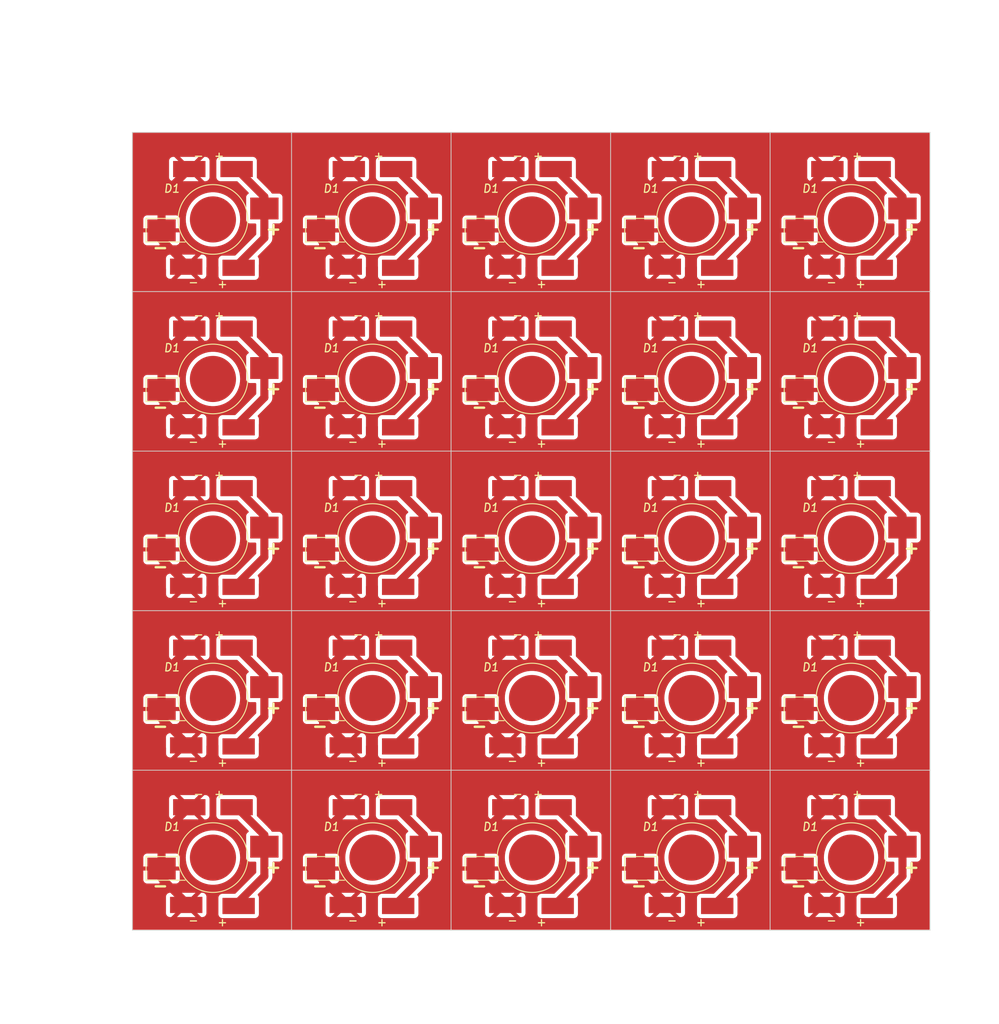
<source format=kicad_pcb>
(kicad_pcb (version 20221018) (generator pcbnew)
  (layers (0 "F.Cu" signal) (31 "B.Cu" signal) (34 "B.Paste" user) (35 "F.Paste" user) (36 "B.SilkS" user "B.Silkscreen") (37 "F.SilkS" user "F.Silkscreen") (38 "B.Mask" user) (39 "F.Mask" user) (44 "Edge.Cuts" user))
  (net 0 "")
  (net 1 "GND")
  (net 2 "VCC")
  (footprint "Library:Connector_WireSolderWirePad_1x01_SMD_2x4mm" (layer "F.Cu") (at 181.431 67.423)
    (fp_text reference "J1" hide)
    (fp_text value "+")
  )
  (footprint "Library:Connector_WireSolderWirePad_1x01_SMD_2x4mm" (layer "F.Cu") (at 142.285 158.415)
    (fp_text reference "J2" hide)
    (fp_text value "+")
  )
  (footprint "Library:Connector_WireSolderWirePad_1x01_SMD_2x4mm" (layer "F.Cu") (at 122.331 67.423)
    (fp_text reference "J1" hide)
    (fp_text value "+")
  )
  (footprint "Library:Connector_WireSolderWirePad_1x01_SMD_2x4mm" (layer "F.Cu") (at 161.985 99.315)
    (fp_text reference "J2" hide)
    (fp_text value "+")
  )
  (footprint "Library:Connector_WireSolderWirePad_1x01_SMD_2x4mm" (layer "F.Cu") (at 181.431 126.523)
    (fp_text reference "J1" hide)
    (fp_text value "+")
  )
  (footprint "LED_SMD:LED_1W_3W_R8" (layer "F.Cu") (at 121.412 72.644)
    (fp_text reference "D1")
    (fp_text value "LED")
  )
  (footprint "Library:Connector_WireSolderWirePad_1x01_SMD_2x4mm" (layer "F.Cu") (at 175.589 146.223)
    (fp_text reference "J5" hide)
    (fp_text value "-")
  )
  (footprint "LED_SMD:LED_1W_3W_R8" (layer "F.Cu") (at 160.812 112.044)
    (fp_text reference "D1")
    (fp_text value "LED")
  )
  (footprint "Library:Connector_WireSolderWirePad_1x01_SMD_2x4mm" (layer "F.Cu") (at 181.431 87.123)
    (fp_text reference "J1" hide)
    (fp_text value "+")
  )
  (footprint "Library:Connector_WireSolderWirePad_1x01_SMD_2x4mm" (layer "F.Cu") (at 201.131 67.423)
    (fp_text reference "J1" hide)
    (fp_text value "+")
  )
  (footprint "Library:Connector_WireSolderWirePad_1x01_SMD_2x4mm" (layer "F.Cu") (at 116.489 106.823)
    (fp_text reference "J5" hide)
    (fp_text value "-")
  )
  (footprint "LED_SMD:LED_1W_3W_R8" (layer "F.Cu") (at 180.512 131.744)
    (fp_text reference "D1")
    (fp_text value "LED")
  )
  (footprint "Library:Connector_WireSolderWirePad_1x01_SMD_2x4mm" (layer "F.Cu") (at 175.21 118.886)
    (fp_text reference "J4" hide)
    (fp_text value "-")
  )
  (footprint "Library:Connector_WireSolderWirePad_1x01_SMD_2x4mm" (layer "F.Cu") (at 194.91 79.486)
    (fp_text reference "J4" hide)
    (fp_text value "-")
  )
  (footprint "Library:Connector_WireSolderWirePad_1x01_SMD_2x4mm" (layer "F.Cu") (at 195.289 126.523)
    (fp_text reference "J5" hide)
    (fp_text value "-")
  )
  (footprint "LED_SMD:LED_1W_3W_R8" (layer "F.Cu") (at 180.512 151.444)
    (fp_text reference "D1")
    (fp_text value "LED")
  )
  (footprint "Library:Connector_WireSolderWirePad_1x01_SMD_2x4mm" (layer "F.Cu") (at 195.289 87.123)
    (fp_text reference "J5" hide)
    (fp_text value "-")
  )
  (footprint "LED_SMD:LED_1W_3W_R8" (layer "F.Cu") (at 141.112 112.044)
    (fp_text reference "D1")
    (fp_text value "LED")
  )
  (footprint "Library:Connector_WireSolderWirePad_1x01_SMD_2x4mm" (layer "F.Cu") (at 122.331 106.823)
    (fp_text reference "J1" hide)
    (fp_text value "+")
  )
  (footprint "Library:Connector_WireSolderWirePad_1x01_SMD_2x4mm" (layer "F.Cu") (at 142.031 126.523)
    (fp_text reference "J1" hide)
    (fp_text value "+")
  )
  (footprint "Library:Connector_WireSolderWirePad_1x01_SMD_2x4mm" (layer "F.Cu") (at 201.385 79.615)
    (fp_text reference "J2" hide)
    (fp_text value "+")
  )
  (footprint "Library:Connector_WireSolderWirePad_1x01_SMD_2x4mm" (layer "F.Cu") (at 136.189 67.423)
    (fp_text reference "J5" hide)
    (fp_text value "-")
  )
  (footprint "Library:Connector_WireSolderWirePad_1x01_SMD_2x4mm" (layer "F.Cu") (at 135.81 79.486)
    (fp_text reference "J4" hide)
    (fp_text value "-")
  )
  (footprint "Library:Connector_WireSolderWirePad_1x01_SMD_2x4mm" (layer "F.Cu") (at 116.11 79.486)
    (fp_text reference "J4" hide)
    (fp_text value "-")
  )
  (footprint "Library:Connector_WireSolderWirePad_1x01_SMD_2x4mm" (layer "F.Cu") (at 116.489 67.423)
    (fp_text reference "J5" hide)
    (fp_text value "-")
  )
  (footprint "Library:Connector_WireSolderWirePad_1x01_SMD_2x4mm" (layer "F.Cu") (at 142.285 99.315)
    (fp_text reference "J2" hide)
    (fp_text value "+")
  )
  (footprint "Library:Connector_WireSolderWirePad_1x01_SMD_2x4mm" (layer "F.Cu") (at 175.589 87.123)
    (fp_text reference "J5" hide)
    (fp_text value "-")
  )
  (footprint "Library:Connector_WireSolderWirePad_1x01_SMD_2x4mm" (layer "F.Cu") (at 122.585 138.715)
    (fp_text reference "J2" hide)
    (fp_text value "+")
  )
  (footprint "LED_SMD:LED_1W_3W_R8" (layer "F.Cu") (at 160.812 92.344)
    (fp_text reference "D1")
    (fp_text value "LED")
  )
  (footprint "Library:Connector_WireSolderWirePad_1x01_SMD_2x4mm" (layer "F.Cu") (at 195.289 67.423)
    (fp_text reference "J5" hide)
    (fp_text value "-")
  )
  (footprint "Library:Connector_WireSolderWirePad_1x01_SMD_2x4mm" (layer "F.Cu") (at 155.51 118.886)
    (fp_text reference "J4" hide)
    (fp_text value "-")
  )
  (footprint "Library:Connector_WireSolderWirePad_1x01_SMD_2x4mm" (layer "F.Cu") (at 116.489 126.523)
    (fp_text reference "J5" hide)
    (fp_text value "-")
  )
  (footprint "Library:Connector_WireSolderWirePad_1x01_SMD_2x4mm" (layer "F.Cu") (at 201.131 126.523)
    (fp_text reference "J1" hide)
    (fp_text value "+")
  )
  (footprint "Library:Connector_WireSolderWirePad_1x01_SMD_2x4mm" (layer "F.Cu") (at 122.585 158.415)
    (fp_text reference "J2" hide)
    (fp_text value "+")
  )
  (footprint "Library:Connector_WireSolderWirePad_1x01_SMD_2x4mm" (layer "F.Cu") (at 181.685 99.315)
    (fp_text reference "J2" hide)
    (fp_text value "+")
  )
  (footprint "Library:Connector_WireSolderWirePad_1x01_SMD_2x4mm" (layer "F.Cu") (at 201.131 106.823)
    (fp_text reference "J1" hide)
    (fp_text value "+")
  )
  (footprint "Library:Connector_WireSolderWirePad_1x01_SMD_2x4mm" (layer "F.Cu") (at 175.21 99.186)
    (fp_text reference "J4" hide)
    (fp_text value "-")
  )
  (footprint "Library:Connector_WireSolderWirePad_1x01_SMD_2x4mm" (layer "F.Cu") (at 194.91 158.286)
    (fp_text reference "J4" hide)
    (fp_text value "-")
  )
  (footprint "Library:Connector_WireSolderWirePad_1x01_SMD_2x4mm" (layer "F.Cu") (at 135.81 158.286)
    (fp_text reference "J4" hide)
    (fp_text value "-")
  )
  (footprint "Library:Connector_WireSolderWirePad_1x01_SMD_2x4mm" (layer "F.Cu") (at 116.11 118.886)
    (fp_text reference "J4" hide)
    (fp_text value "-")
  )
  (footprint "Library:Connector_WireSolderWirePad_1x01_SMD_2x4mm" (layer "F.Cu") (at 136.189 146.223)
    (fp_text reference "J5" hide)
    (fp_text value "-")
  )
  (footprint "Library:Connector_WireSolderWirePad_1x01_SMD_2x4mm" (layer "F.Cu") (at 116.489 146.223)
    (fp_text reference "J5" hide)
    (fp_text value "-")
  )
  (footprint "Library:Connector_WireSolderWirePad_1x01_SMD_2x4mm" (layer "F.Cu") (at 161.985 138.715)
    (fp_text reference "J2" hide)
    (fp_text value "+")
  )
  (footprint "Library:Connector_WireSolderWirePad_1x01_SMD_2x4mm" (layer "F.Cu") (at 175.21 138.586)
    (fp_text reference "J4" hide)
    (fp_text value "-")
  )
  (footprint "LED_SMD:LED_1W_3W_R8" (layer "F.Cu") (at 200.212 151.444)
    (fp_text reference "D1")
    (fp_text value "LED")
  )
  (footprint "Library:Connector_WireSolderWirePad_1x01_SMD_2x4mm" (layer "F.Cu") (at 181.685 158.415)
    (fp_text reference "J2" hide)
    (fp_text value "+")
  )
  (footprint "Library:Connector_WireSolderWirePad_1x01_SMD_2x4mm" (layer "F.Cu") (at 201.385 99.315)
    (fp_text reference "J2" hide)
    (fp_text value "+")
  )
  (footprint "Library:Connector_WireSolderWirePad_1x01_SMD_2x4mm" (layer "F.Cu") (at 122.331 146.223)
    (fp_text reference "J1" hide)
    (fp_text value "+")
  )
  (footprint "LED_SMD:LED_1W_3W_R8" (layer "F.Cu") (at 141.112 131.744)
    (fp_text reference "D1")
    (fp_text value "LED")
  )
  (footprint "Library:Connector_WireSolderWirePad_1x01_SMD_2x4mm" (layer "F.Cu") (at 181.685 79.615)
    (fp_text reference "J2" hide)
    (fp_text value "+")
  )
  (footprint "Library:Connector_WireSolderWirePad_1x01_SMD_2x4mm" (layer "F.Cu") (at 161.731 67.423)
    (fp_text reference "J1" hide)
    (fp_text value "+")
  )
  (footprint "Library:Connector_WireSolderWirePad_1x01_SMD_2x4mm" (layer "F.Cu") (at 142.031 146.223)
    (fp_text reference "J1" hide)
    (fp_text value "+")
  )
  (footprint "Library:Connector_WireSolderWirePad_1x01_SMD_2x4mm" (layer "F.Cu") (at 135.81 99.186)
    (fp_text reference "J4" hide)
    (fp_text value "-")
  )
  (footprint "Library:Connector_WireSolderWirePad_1x01_SMD_2x4mm" (layer "F.Cu") (at 122.585 119.015)
    (fp_text reference "J2" hide)
    (fp_text value "+")
  )
  (footprint "Library:Connector_WireSolderWirePad_1x01_SMD_2x4mm" (layer "F.Cu") (at 155.889 87.123)
    (fp_text reference "J5" hide)
    (fp_text value "-")
  )
  (footprint "Library:Connector_WireSolderWirePad_1x01_SMD_2x4mm" (layer "F.Cu") (at 201.131 146.223)
    (fp_text reference "J1" hide)
    (fp_text value "+")
  )
  (footprint "Library:Connector_WireSolderWirePad_1x01_SMD_2x4mm" (layer "F.Cu") (at 142.031 106.823)
    (fp_text reference "J1" hide)
    (fp_text value "+")
  )
  (footprint "Library:Connector_WireSolderWirePad_1x01_SMD_2x4mm" (layer "F.Cu") (at 201.385 119.015)
    (fp_text reference "J2" hide)
    (fp_text value "+")
  )
  (footprint "LED_SMD:LED_1W_3W_R8" (layer "F.Cu") (at 160.812 131.744)
    (fp_text reference "D1")
    (fp_text value "LED")
  )
  (footprint "Library:Connector_WireSolderWirePad_1x01_SMD_2x4mm" (layer "F.Cu") (at 155.889 67.423)
    (fp_text reference "J5" hide)
    (fp_text value "-")
  )
  (footprint "Library:Connector_WireSolderWirePad_1x01_SMD_2x4mm" (layer "F.Cu") (at 122.331 126.523)
    (fp_text reference "J1" hide)
    (fp_text value "+")
  )
  (footprint "Library:Connector_WireSolderWirePad_1x01_SMD_2x4mm" (layer "F.Cu") (at 181.431 146.223)
    (fp_text reference "J1" hide)
    (fp_text value "+")
  )
  (footprint "Library:Connector_WireSolderWirePad_1x01_SMD_2x4mm" (layer "F.Cu") (at 116.11 99.186)
    (fp_text reference "J4" hide)
    (fp_text value "-")
  )
  (footprint "Library:Connector_WireSolderWirePad_1x01_SMD_2x4mm" (layer "F.Cu") (at 201.385 158.415)
    (fp_text reference "J2" hide)
    (fp_text value "+")
  )
  (footprint "Library:Connector_WireSolderWirePad_1x01_SMD_2x4mm" (layer "F.Cu") (at 136.189 87.123)
    (fp_text reference "J5" hide)
    (fp_text value "-")
  )
  (footprint "Library:Connector_WireSolderWirePad_1x01_SMD_2x4mm" (layer "F.Cu") (at 194.91 138.586)
    (fp_text reference "J4" hide)
    (fp_text value "-")
  )
  (footprint "Library:Connector_WireSolderWirePad_1x01_SMD_2x4mm" (layer "F.Cu") (at 181.685 138.715)
    (fp_text reference "J2" hide)
    (fp_text value "+")
  )
  (footprint "Library:Connector_WireSolderWirePad_1x01_SMD_2x4mm" (layer "F.Cu") (at 181.431 106.823)
    (fp_text reference "J1" hide)
    (fp_text value "+")
  )
  (footprint "Library:Connector_WireSolderWirePad_1x01_SMD_2x4mm" (layer "F.Cu") (at 142.031 67.423)
    (fp_text reference "J1" hide)
    (fp_text value "+")
  )
  (footprint "Library:Connector_WireSolderWirePad_1x01_SMD_2x4mm" (layer "F.Cu") (at 175.589 126.523)
    (fp_text reference "J5" hide)
    (fp_text value "-")
  )
  (footprint "LED_SMD:LED_1W_3W_R8" (layer "F.Cu") (at 200.212 112.044)
    (fp_text reference "D1")
    (fp_text value "LED")
  )
  (footprint "Library:Connector_WireSolderWirePad_1x01_SMD_2x4mm" (layer "F.Cu") (at 175.589 67.423)
    (fp_text reference "J5" hide)
    (fp_text value "-")
  )
  (footprint "Library:Connector_WireSolderWirePad_1x01_SMD_2x4mm" (layer "F.Cu") (at 175.21 158.286)
    (fp_text reference "J4" hide)
    (fp_text value "-")
  )
  (footprint "Library:Connector_WireSolderWirePad_1x01_SMD_2x4mm" (layer "F.Cu") (at 122.585 99.315)
    (fp_text reference "J2" hide)
    (fp_text value "+")
  )
  (footprint "Library:Connector_WireSolderWirePad_1x01_SMD_2x4mm" (layer "F.Cu") (at 195.289 146.223)
    (fp_text reference "J5" hide)
    (fp_text value "-")
  )
  (footprint "Library:Connector_WireSolderWirePad_1x01_SMD_2x4mm" (layer "F.Cu") (at 161.731 106.823)
    (fp_text reference "J1" hide)
    (fp_text value "+")
  )
  (footprint "LED_SMD:LED_1W_3W_R8" (layer "F.Cu") (at 200.212 92.344)
    (fp_text reference "D1")
    (fp_text value "LED")
  )
  (footprint "Library:Connector_WireSolderWirePad_1x01_SMD_2x4mm" (layer "F.Cu") (at 155.889 106.823)
    (fp_text reference "J5" hide)
    (fp_text value "-")
  )
  (footprint "Library:Connector_WireSolderWirePad_1x01_SMD_2x4mm" (layer "F.Cu") (at 161.985 158.415)
    (fp_text reference "J2" hide)
    (fp_text value "+")
  )
  (footprint "Library:Connector_WireSolderWirePad_1x01_SMD_2x4mm" (layer "F.Cu") (at 194.91 99.186)
    (fp_text reference "J4" hide)
    (fp_text value "-")
  )
  (footprint "LED_SMD:LED_1W_3W_R8" (layer "F.Cu") (at 180.512 112.044)
    (fp_text reference "D1")
    (fp_text value "LED")
  )
  (footprint "Library:Connector_WireSolderWirePad_1x01_SMD_2x4mm" (layer "F.Cu") (at 135.81 138.586)
    (fp_text reference "J4" hide)
    (fp_text value "-")
  )
  (footprint "Library:Connector_WireSolderWirePad_1x01_SMD_2x4mm" (layer "F.Cu") (at 122.331 87.123)
    (fp_text reference "J1" hide)
    (fp_text value "+")
  )
  (footprint "Library:Connector_WireSolderWirePad_1x01_SMD_2x4mm" (layer "F.Cu") (at 161.731 126.523)
    (fp_text reference "J1" hide)
    (fp_text value "+")
  )
  (footprint "Library:Connector_WireSolderWirePad_1x01_SMD_2x4mm" (layer "F.Cu") (at 201.131 87.123)
    (fp_text reference "J1" hide)
    (fp_text value "+")
  )
  (footprint "Library:Connector_WireSolderWirePad_1x01_SMD_2x4mm" (layer "F.Cu") (at 161.731 146.223)
    (fp_text reference "J1" hide)
    (fp_text value "+")
  )
  (footprint "LED_SMD:LED_1W_3W_R8" (layer "F.Cu") (at 180.512 72.644)
    (fp_text reference "D1")
    (fp_text value "LED")
  )
  (footprint "LED_SMD:LED_1W_3W_R8" (layer "F.Cu") (at 200.212 72.644)
    (fp_text reference "D1")
    (fp_text value "LED")
  )
  (footprint "Library:Connector_WireSolderWirePad_1x01_SMD_2x4mm" (layer "F.Cu") (at 155.889 146.223)
    (fp_text reference "J5" hide)
    (fp_text value "-")
  )
  (footprint "Library:Connector_WireSolderWirePad_1x01_SMD_2x4mm" (layer "F.Cu") (at 142.285 119.015)
    (fp_text reference "J2" hide)
    (fp_text value "+")
  )
  (footprint "LED_SMD:LED_1W_3W_R8" (layer "F.Cu") (at 141.112 151.444)
    (fp_text reference "D1")
    (fp_text value "LED")
  )
  (footprint "Library:Connector_WireSolderWirePad_1x01_SMD_2x4mm" (layer "F.Cu") (at 155.51 99.186)
    (fp_text reference "J4" hide)
    (fp_text value "-")
  )
  (footprint "LED_SMD:LED_1W_3W_R8" (layer "F.Cu") (at 160.812 151.444)
    (fp_text reference "D1")
    (fp_text value "LED")
  )
  (footprint "LED_SMD:LED_1W_3W_R8" (layer "F.Cu") (at 121.412 131.744)
    (fp_text reference "D1")
    (fp_text value "LED")
  )
  (footprint "Library:Connector_WireSolderWirePad_1x01_SMD_2x4mm" (layer "F.Cu") (at 181.685 119.015)
    (fp_text reference "J2" hide)
    (fp_text value "+")
  )
  (footprint "Library:Connector_WireSolderWirePad_1x01_SMD_2x4mm" (layer "F.Cu") (at 136.189 126.523)
    (fp_text reference "J5" hide)
    (fp_text value "-")
  )
  (footprint "Library:Connector_WireSolderWirePad_1x01_SMD_2x4mm" (layer "F.Cu") (at 116.11 158.286)
    (fp_text reference "J4" hide)
    (fp_text value "-")
  )
  (footprint "LED_SMD:LED_1W_3W_R8" (layer "F.Cu") (at 121.412 92.344)
    (fp_text reference "D1")
    (fp_text value "LED")
  )
  (footprint "Library:Connector_WireSolderWirePad_1x01_SMD_2x4mm" (layer "F.Cu") (at 136.189 106.823)
    (fp_text reference "J5" hide)
    (fp_text value "-")
  )
  (footprint "LED_SMD:LED_1W_3W_R8" (layer "F.Cu") (at 121.412 112.044)
    (fp_text reference "D1")
    (fp_text value "LED")
  )
  (footprint "Library:Connector_WireSolderWirePad_1x01_SMD_2x4mm" (layer "F.Cu") (at 142.285 138.715)
    (fp_text reference "J2" hide)
    (fp_text value "+")
  )
  (footprint "Library:Connector_WireSolderWirePad_1x01_SMD_2x4mm" (layer "F.Cu") (at 175.589 106.823)
    (fp_text reference "J5" hide)
    (fp_text value "-")
  )
  (footprint "LED_SMD:LED_1W_3W_R8" (layer "F.Cu") (at 160.812 72.644)
    (fp_text reference "D1")
    (fp_text value "LED")
  )
  (footprint "LED_SMD:LED_1W_3W_R8" (layer "F.Cu") (at 141.112 72.644)
    (fp_text reference "D1")
    (fp_text value "LED")
  )
  (footprint "Library:Connector_WireSolderWirePad_1x01_SMD_2x4mm" (layer "F.Cu") (at 116.11 138.586)
    (fp_text reference "J4" hide)
    (fp_text value "-")
  )
  (footprint "Library:Connector_WireSolderWirePad_1x01_SMD_2x4mm" (layer "F.Cu") (at 155.51 79.486)
    (fp_text reference "J4" hide)
    (fp_text value "-")
  )
  (footprint "Library:Connector_WireSolderWirePad_1x01_SMD_2x4mm" (layer "F.Cu") (at 155.889 126.523)
    (fp_text reference "J5" hide)
    (fp_text value "-")
  )
  (footprint "LED_SMD:LED_1W_3W_R8" (layer "F.Cu") (at 141.112 92.344)
    (fp_text reference "D1")
    (fp_text value "LED")
  )
  (footprint "Library:Connector_WireSolderWirePad_1x01_SMD_2x4mm" (layer "F.Cu") (at 175.21 79.486)
    (fp_text reference "J4" hide)
    (fp_text value "-")
  )
  (footprint "Library:Connector_WireSolderWirePad_1x01_SMD_2x4mm" (layer "F.Cu") (at 161.985 119.015)
    (fp_text reference "J2" hide)
    (fp_text value "+")
  )
  (footprint "Library:Connector_WireSolderWirePad_1x01_SMD_2x4mm" (layer "F.Cu") (at 194.91 118.886)
    (fp_text reference "J4" hide)
    (fp_text value "-")
  )
  (footprint "Library:Connector_WireSolderWirePad_1x01_SMD_2x4mm" (layer "F.Cu") (at 161.985 79.615)
    (fp_text reference "J2" hide)
    (fp_text value "+")
  )
  (footprint "Library:Connector_WireSolderWirePad_1x01_SMD_2x4mm" (layer "F.Cu") (at 161.731 87.123)
    (fp_text reference "J1" hide)
    (fp_text value "+")
  )
  (footprint "Library:Connector_WireSolderWirePad_1x01_SMD_2x4mm" (layer "F.Cu") (at 135.81 118.886)
    (fp_text reference "J4" hide)
    (fp_text value "-")
  )
  (footprint "Library:Connector_WireSolderWirePad_1x01_SMD_2x4mm" (layer "F.Cu") (at 155.51 158.286)
    (fp_text reference "J4" hide)
    (fp_text value "-")
  )
  (footprint "LED_SMD:LED_1W_3W_R8" (layer "F.Cu") (at 180.512 92.344)
    (fp_text reference "D1")
    (fp_text value "LED")
  )
  (footprint "Library:Connector_WireSolderWirePad_1x01_SMD_2x4mm" (layer "F.Cu") (at 201.385 138.715)
    (fp_text reference "J2" hide)
    (fp_text value "+")
  )
  (footprint "Library:Connector_WireSolderWirePad_1x01_SMD_2x4mm" (layer "F.Cu") (at 122.585 79.615)
    (fp_text reference "J2" hide)
    (fp_text value "+")
  )
  (footprint "Library:Connector_WireSolderWirePad_1x01_SMD_2x4mm" (layer "F.Cu") (at 116.489 87.123)
    (fp_text reference "J5" hide)
    (fp_text value "-")
  )
  (footprint "LED_SMD:LED_1W_3W_R8" (layer "F.Cu") (at 200.212 131.744)
    (fp_text reference "D1")
    (fp_text value "LED")
  )
  (footprint "LED_SMD:LED_1W_3W_R8" (layer "F.Cu") (at 121.412 151.444)
    (fp_text reference "D1")
    (fp_text value "LED")
  )
  (footprint "Library:Connector_WireSolderWirePad_1x01_SMD_2x4mm" (layer "F.Cu") (at 142.285 79.615)
    (fp_text reference "J2" hide)
    (fp_text value "+")
  )
  (footprint "Library:Connector_WireSolderWirePad_1x01_SMD_2x4mm" (layer "F.Cu") (at 142.031 87.123)
    (fp_text reference "J1" hide)
    (fp_text value "+")
  )
  (footprint "Library:Connector_WireSolderWirePad_1x01_SMD_2x4mm" (layer "F.Cu") (at 155.51 138.586)
    (fp_text reference "J4" hide)
    (fp_text value "-")
  )
  (footprint "Library:Connector_WireSolderWirePad_1x01_SMD_2x4mm" (layer "F.Cu") (at 195.289 106.823)
    (fp_text reference "J5" hide)
    (fp_text value "-")
  )
  (gr_line (start 190.214 61.9) (end 190.214 160.4) (stroke (width 0.1)) (layer "Edge.Cuts"))
  (gr_line (start 111.464 81.55) (end 209.964 81.55) (stroke (width 0.1)) (layer "Edge.Cuts"))
  (gr_line (start 111.464 140.65) (end 209.964 140.65) (stroke (width 0.1)) (layer "Edge.Cuts"))
  (gr_line (start 111.464 61.9) (end 209.964 61.9) (stroke (width 0.1)) (layer "Edge.Cuts"))
  (gr_line (start 131.114 61.9) (end 131.114 160.4) (stroke (width 0.1)) (layer "Edge.Cuts"))
  (gr_line (start 209.964 61.9) (end 209.964 160.4) (stroke (width 0.1)) (layer "Edge.Cuts"))
  (gr_line (start 170.514 61.9) (end 170.514 160.4) (stroke (width 0.1)) (layer "Edge.Cuts"))
  (gr_line (start 111.464 120.95) (end 209.964 120.95) (stroke (width 0.1)) (layer "Edge.Cuts"))
  (gr_line (start 111.464 101.25) (end 209.964 101.25) (stroke (width 0.1)) (layer "Edge.Cuts"))
  (gr_line (start 150.814 61.9) (end 150.814 160.4) (stroke (width 0.1)) (layer "Edge.Cuts"))
  (gr_line (start 111.464 160.4) (end 111.464 61.9) (stroke (width 0.1)) (layer "Edge.Cuts"))
  (gr_line (start 209.964 160.4) (end 111.464 160.4) (stroke (width 0.1)) (layer "Edge.Cuts"))
  (gr_text "-" (at 172.892 96.662) (layer "F.SilkS") (effects (font (size 1.5 1.5) (thickness 0.3) bold) (justify left bottom)))
  (gr_text "+" (at 186.862 94.376) (layer "F.SilkS") (effects (font (size 1.5 1.5) (thickness 0.3) bold) (justify left bottom)))
  (gr_text "-" (at 192.592 136.062) (layer "F.SilkS") (effects (font (size 1.5 1.5) (thickness 0.3) bold) (justify left bottom)))
  (gr_text "-" (at 133.492 155.762) (layer "F.SilkS") (effects (font (size 1.5 1.5) (thickness 0.3) bold) (justify left bottom)))
  (gr_text "-" (at 192.592 96.662) (layer "F.SilkS") (effects (font (size 1.5 1.5) (thickness 0.3) bold) (justify left bottom)))
  (gr_text "-" (at 133.492 76.962) (layer "F.SilkS") (effects (font (size 1.5 1.5) (thickness 0.3) bold) (justify left bottom)))
  (gr_text "-" (at 153.192 116.362) (layer "F.SilkS") (effects (font (size 1.5 1.5) (thickness 0.3) bold) (justify left bottom)))
  (gr_text "-" (at 133.492 96.662) (layer "F.SilkS") (effects (font (size 1.5 1.5) (thickness 0.3) bold) (justify left bottom)))
  (gr_text "-" (at 153.192 155.762) (layer "F.SilkS") (effects (font (size 1.5 1.5) (thickness 0.3) bold) (justify left bottom)))
  (gr_text "-" (at 113.792 155.762) (layer "F.SilkS") (effects (font (size 1.5 1.5) (thickness 0.3) bold) (justify left bottom)))
  (gr_text "+" (at 147.462 114.076) (layer "F.SilkS") (effects (font (size 1.5 1.5) (thickness 0.3) bold) (justify left bottom)))
  (gr_text "+" (at 127.762 153.476) (layer "F.SilkS") (effects (font (size 1.5 1.5) (thickness 0.3) bold) (justify left bottom)))
  (gr_text "+" (at 167.162 133.776) (layer "F.SilkS") (effects (font (size 1.5 1.5) (thickness 0.3) bold) (justify left bottom)))
  (gr_text "-" (at 153.192 96.662) (layer "F.SilkS") (effects (font (size 1.5 1.5) (thickness 0.3) bold) (justify left bottom)))
  (gr_text "-" (at 172.892 155.762) (layer "F.SilkS") (effects (font (size 1.5 1.5) (thickness 0.3) bold) (justify left bottom)))
  (gr_text "+" (at 167.162 153.476) (layer "F.SilkS") (effects (font (size 1.5 1.5) (thickness 0.3) bold) (justify left bottom)))
  (gr_text "+" (at 147.462 74.676) (layer "F.SilkS") (effects (font (size 1.5 1.5) (thickness 0.3) bold) (justify left bottom)))
  (gr_text "-" (at 192.592 76.962) (layer "F.SilkS") (effects (font (size 1.5 1.5) (thickness 0.3) bold) (justify left bottom)))
  (gr_text "+" (at 127.762 74.676) (layer "F.SilkS") (effects (font (size 1.5 1.5) (thickness 0.3) bold) (justify left bottom)))
  (gr_text "+" (at 206.562 74.676) (layer "F.SilkS") (effects (font (size 1.5 1.5) (thickness 0.3) bold) (justify left bottom)))
  (gr_text "-" (at 133.492 116.362) (layer "F.SilkS") (effects (font (size 1.5 1.5) (thickness 0.3) bold) (justify left bottom)))
  (gr_text "+" (at 206.562 114.076) (layer "F.SilkS") (effects (font (size 1.5 1.5) (thickness 0.3) bold) (justify left bottom)))
  (gr_text "+" (at 186.862 114.076) (layer "F.SilkS") (effects (font (size 1.5 1.5) (thickness 0.3) bold) (justify left bottom)))
  (gr_text "-" (at 133.492 136.062) (layer "F.SilkS") (effects (font (size 1.5 1.5) (thickness 0.3) bold) (justify left bottom)))
  (gr_text "+" (at 186.862 74.676) (layer "F.SilkS") (effects (font (size 1.5 1.5) (thickness 0.3) bold) (justify left bottom)))
  (gr_text "+" (at 147.462 153.476) (layer "F.SilkS") (effects (font (size 1.5 1.5) (thickness 0.3) bold) (justify left bottom)))
  (gr_text "-" (at 172.892 76.962) (layer "F.SilkS") (effects (font (size 1.5 1.5) (thickness 0.3) bold) (justify left bottom)))
  (gr_text "-" (at 192.592 116.362) (layer "F.SilkS") (effects (font (size 1.5 1.5) (thickness 0.3) bold) (justify left bottom)))
  (gr_text "+" (at 127.762 114.076) (layer "F.SilkS") (effects (font (size 1.5 1.5) (thickness 0.3) bold) (justify left bottom)))
  (gr_text "-" (at 172.892 136.062) (layer "F.SilkS") (effects (font (size 1.5 1.5) (thickness 0.3) bold) (justify left bottom)))
  (gr_text "+" (at 206.562 94.376) (layer "F.SilkS") (effects (font (size 1.5 1.5) (thickness 0.3) bold) (justify left bottom)))
  (gr_text "+" (at 206.562 133.776) (layer "F.SilkS") (effects (font (size 1.5 1.5) (thickness 0.3) bold) (justify left bottom)))
  (gr_text "-" (at 113.792 96.662) (layer "F.SilkS") (effects (font (size 1.5 1.5) (thickness 0.3) bold) (justify left bottom)))
  (gr_text "+" (at 167.162 94.376) (layer "F.SilkS") (effects (font (size 1.5 1.5) (thickness 0.3) bold) (justify left bottom)))
  (gr_text "+" (at 147.462 94.376) (layer "F.SilkS") (effects (font (size 1.5 1.5) (thickness 0.3) bold) (justify left bottom)))
  (gr_text "+" (at 186.862 133.776) (layer "F.SilkS") (effects (font (size 1.5 1.5) (thickness 0.3) bold) (justify left bottom)))
  (gr_text "-" (at 113.792 76.962) (layer "F.SilkS") (effects (font (size 1.5 1.5) (thickness 0.3) bold) (justify left bottom)))
  (gr_text "+" (at 147.462 133.776) (layer "F.SilkS") (effects (font (size 1.5 1.5) (thickness 0.3) bold) (justify left bottom)))
  (gr_text "+" (at 167.162 114.076) (layer "F.SilkS") (effects (font (size 1.5 1.5) (thickness 0.3) bold) (justify left bottom)))
  (gr_text "-" (at 192.592 155.762) (layer "F.SilkS") (effects (font (size 1.5 1.5) (thickness 0.3) bold) (justify left bottom)))
  (gr_text "+" (at 167.162 74.676) (layer "F.SilkS") (effects (font (size 1.5 1.5) (thickness 0.3) bold) (justify left bottom)))
  (gr_text "-" (at 113.792 136.062) (layer "F.SilkS") (effects (font (size 1.5 1.5) (thickness 0.3) bold) (justify left bottom)))
  (gr_text "+" (at 186.862 153.476) (layer "F.SilkS") (effects (font (size 1.5 1.5) (thickness 0.3) bold) (justify left bottom)))
  (gr_text "-" (at 113.792 116.362) (layer "F.SilkS") (effects (font (size 1.5 1.5) (thickness 0.3) bold) (justify left bottom)))
  (gr_text "-" (at 153.192 76.962) (layer "F.SilkS") (effects (font (size 1.5 1.5) (thickness 0.3) bold) (justify left bottom)))
  (gr_text "+" (at 127.762 133.776) (layer "F.SilkS") (effects (font (size 1.5 1.5) (thickness 0.3) bold) (justify left bottom)))
  (gr_text "+" (at 127.762 94.376) (layer "F.SilkS") (effects (font (size 1.5 1.5) (thickness 0.3) bold) (justify left bottom)))
  (gr_text "-" (at 153.192 136.062) (layer "F.SilkS") (effects (font (size 1.5 1.5) (thickness 0.3) bold) (justify left bottom)))
  (gr_text "-" (at 172.892 116.362) (layer "F.SilkS") (effects (font (size 1.5 1.5) (thickness 0.3) bold) (justify left bottom)))
  (gr_text "+" (at 206.562 153.476) (layer "F.SilkS") (effects (font (size 1.5 1.5) (thickness 0.3) bold) (justify left bottom)))
  (segment (start 137.81 137.336) (end 137.81 137.586) (width 1) (layer "F.Cu") (net 1))
  (segment (start 193.862 109.25) (end 193.862 114.588) (width 1) (layer "F.Cu") (net 1))
  (segment (start 193.862 128.95) (end 193.862 134.288) (width 1) (layer "F.Cu") (net 1))
  (segment (start 118.489 145.223) (end 115.062 148.65) (width 1) (layer "F.Cu") (net 1))
  (segment (start 137.81 157.036) (end 137.81 157.286) (width 1) (layer "F.Cu") (net 1))
  (segment (start 154.462 94.888) (end 157.51 97.936) (width 1) (layer "F.Cu") (net 1))
  (segment (start 174.162 148.65) (end 174.162 153.988) (width 1) (layer "F.Cu") (net 1))
  (segment (start 118.489 105.823) (end 115.062 109.25) (width 1) (layer "F.Cu") (net 1))
  (segment (start 154.462 153.988) (end 157.51 157.036) (width 1) (layer "F.Cu") (net 1))
  (segment (start 118.489 66.423) (end 115.062 69.85) (width 1) (layer "F.Cu") (net 1))
  (segment (start 134.762 75.188) (end 137.81 78.236) (width 1) (layer "F.Cu") (net 1))
  (segment (start 134.762 148.65) (end 134.762 153.988) (width 1) (layer "F.Cu") (net 1))
  (segment (start 177.21 117.636) (end 177.21 117.886) (width 1) (layer "F.Cu") (net 1))
  (segment (start 193.862 153.988) (end 196.91 157.036) (width 1) (layer "F.Cu") (net 1))
  (segment (start 197.289 66.423) (end 193.862 69.85) (width 1) (layer "F.Cu") (net 1))
  (segment (start 118.11 137.336) (end 118.11 137.586) (width 1) (layer "F.Cu") (net 1))
  (segment (start 154.462 75.188) (end 157.51 78.236) (width 1) (layer "F.Cu") (net 1))
  (segment (start 115.062 153.988) (end 118.11 157.036) (width 1) (layer "F.Cu") (net 1))
  (segment (start 174.162 128.95) (end 174.162 134.288) (width 1) (layer "F.Cu") (net 1))
  (segment (start 154.462 148.65) (end 154.462 153.988) (width 1) (layer "F.Cu") (net 1))
  (segment (start 138.189 145.223) (end 134.762 148.65) (width 1) (layer "F.Cu") (net 1))
  (segment (start 115.062 94.888) (end 118.11 97.936) (width 1) (layer "F.Cu") (net 1))
  (segment (start 193.862 75.188) (end 196.91 78.236) (width 1) (layer "F.Cu") (net 1))
  (segment (start 197.289 145.223) (end 193.862 148.65) (width 1) (layer "F.Cu") (net 1))
  (segment (start 115.062 148.65) (end 115.062 153.988) (width 1) (layer "F.Cu") (net 1))
  (segment (start 137.81 117.636) (end 137.81 117.886) (width 1) (layer "F.Cu") (net 1))
  (segment (start 177.21 157.036) (end 177.21 157.286) (width 1) (layer "F.Cu") (net 1))
  (segment (start 174.162 89.55) (end 174.162 94.888) (width 1) (layer "F.Cu") (net 1))
  (segment (start 174.162 69.85) (end 174.162 75.188) (width 1) (layer "F.Cu") (net 1))
  (segment (start 118.11 78.236) (end 118.11 78.486) (width 1) (layer "F.Cu") (net 1))
  (segment (start 154.462 89.55) (end 154.462 94.888) (width 1) (layer "F.Cu") (net 1))
  (segment (start 174.162 109.25) (end 174.162 114.588) (width 1) (layer "F.Cu") (net 1))
  (segment (start 174.162 94.888) (end 177.21 97.936) (width 1) (layer "F.Cu") (net 1))
  (segment (start 134.762 109.25) (end 134.762 114.588) (width 1) (layer "F.Cu") (net 1))
  (segment (start 196.91 157.036) (end 196.91 157.286) (width 1) (layer "F.Cu") (net 1))
  (segment (start 174.162 114.588) (end 177.21 117.636) (width 1) (layer "F.Cu") (net 1))
  (segment (start 193.862 94.888) (end 196.91 97.936) (width 1) (layer "F.Cu") (net 1))
  (segment (start 174.162 153.988) (end 177.21 157.036) (width 1) (layer "F.Cu") (net 1))
  (segment (start 134.762 69.85) (end 134.762 75.188) (width 1) (layer "F.Cu") (net 1))
  (segment (start 193.862 89.55) (end 193.862 94.888) (width 1) (layer "F.Cu") (net 1))
  (segment (start 157.51 97.936) (end 157.51 98.186) (width 1) (layer "F.Cu") (net 1))
  (segment (start 154.462 69.85) (end 154.462 75.188) (width 1) (layer "F.Cu") (net 1))
  (segment (start 138.189 66.423) (end 134.762 69.85) (width 1) (layer "F.Cu") (net 1))
  (segment (start 197.289 86.123) (end 193.862 89.55) (width 1) (layer "F.Cu") (net 1))
  (segment (start 196.91 78.236) (end 196.91 78.486) (width 1) (layer "F.Cu") (net 1))
  (segment (start 115.062 75.188) (end 118.11 78.236) (width 1) (layer "F.Cu") (net 1))
  (segment (start 115.062 134.288) (end 118.11 137.336) (width 1) (layer "F.Cu") (net 1))
  (segment (start 115.062 128.95) (end 115.062 134.288) (width 1) (layer "F.Cu") (net 1))
  (segment (start 177.589 105.823) (end 174.162 109.25) (width 1) (layer "F.Cu") (net 1))
  (segment (start 134.762 114.588) (end 137.81 117.636) (width 1) (layer "F.Cu") (net 1))
  (segment (start 154.462 128.95) (end 154.462 134.288) (width 1) (layer "F.Cu") (net 1))
  (segment (start 197.289 105.823) (end 193.862 109.25) (width 1) (layer "F.Cu") (net 1))
  (segment (start 177.589 145.223) (end 174.162 148.65) (width 1) (layer "F.Cu") (net 1))
  (segment (start 196.91 137.336) (end 196.91 137.586) (width 1) (layer "F.Cu") (net 1))
  (segment (start 115.062 114.588) (end 118.11 117.636) (width 1) (layer "F.Cu") (net 1))
  (segment (start 118.11 117.636) (end 118.11 117.886) (width 1) (layer "F.Cu") (net 1))
  (segment (start 157.889 105.823) (end 154.462 109.25) (width 1) (layer "F.Cu") (net 1))
  (segment (start 157.889 66.423) (end 154.462 69.85) (width 1) (layer "F.Cu") (net 1))
  (segment (start 154.462 134.288) (end 157.51 137.336) (width 1) (layer "F.Cu") (net 1))
  (segment (start 177.21 78.236) (end 177.21 78.486) (width 1) (layer "F.Cu") (net 1))
  (segment (start 193.862 148.65) (end 193.862 153.988) (width 1) (layer "F.Cu") (net 1))
  (segment (start 174.162 75.188) (end 177.21 78.236) (width 1) (layer "F.Cu") (net 1))
  (segment (start 177.21 97.936) (end 177.21 98.186) (width 1) (layer "F.Cu") (net 1))
  (segment (start 115.062 109.25) (end 115.062 114.588) (width 1) (layer "F.Cu") (net 1))
  (segment (start 118.11 97.936) (end 118.11 98.186) (width 1) (layer "F.Cu") (net 1))
  (segment (start 134.762 134.288) (end 137.81 137.336) (width 1) (layer "F.Cu") (net 1))
  (segment (start 154.462 114.588) (end 157.51 117.636) (width 1) (layer "F.Cu") (net 1))
  (segment (start 154.462 109.25) (end 154.462 114.588) (width 1) (layer "F.Cu") (net 1))
  (segment (start 177.589 66.423) (end 174.162 69.85) (width 1) (layer "F.Cu") (net 1))
  (segment (start 115.062 69.85) (end 115.062 75.188) (width 1) (layer "F.Cu") (net 1))
  (segment (start 137.81 97.936) (end 137.81 98.186) (width 1) (layer "F.Cu") (net 1))
  (segment (start 157.51 78.236) (end 157.51 78.486) (width 1) (layer "F.Cu") (net 1))
  (segment (start 137.81 78.236) (end 137.81 78.486) (width 1) (layer "F.Cu") (net 1))
  (segment (start 118.489 125.523) (end 115.062 128.95) (width 1) (layer "F.Cu") (net 1))
  (segment (start 134.762 153.988) (end 137.81 157.036) (width 1) (layer "F.Cu") (net 1))
  (segment (start 134.762 94.888) (end 137.81 97.936) (width 1) (layer "F.Cu") (net 1))
  (segment (start 196.91 97.936) (end 196.91 98.186) (width 1) (layer "F.Cu") (net 1))
  (segment (start 193.862 69.85) (end 193.862 75.188) (width 1) (layer "F.Cu") (net 1))
  (segment (start 138.189 125.523) (end 134.762 128.95) (width 1) (layer "F.Cu") (net 1))
  (segment (start 174.162 134.288) (end 177.21 137.336) (width 1) (layer "F.Cu") (net 1))
  (segment (start 157.51 117.636) (end 157.51 117.886) (width 1) (layer "F.Cu") (net 1))
  (segment (start 157.889 86.123) (end 154.462 89.55) (width 1) (layer "F.Cu") (net 1))
  (segment (start 157.889 145.223) (end 154.462 148.65) (width 1) (layer "F.Cu") (net 1))
  (segment (start 196.91 117.636) (end 196.91 117.886) (width 1) (layer "F.Cu") (net 1))
  (segment (start 157.51 137.336) (end 157.51 137.586) (width 1) (layer "F.Cu") (net 1))
  (segment (start 177.21 137.336) (end 177.21 137.586) (width 1) (layer "F.Cu") (net 1))
  (segment (start 134.762 89.55) (end 134.762 94.888) (width 1) (layer "F.Cu") (net 1))
  (segment (start 138.189 86.123) (end 134.762 89.55) (width 1) (layer "F.Cu") (net 1))
  (segment (start 157.889 125.523) (end 154.462 128.95) (width 1) (layer "F.Cu") (net 1))
  (segment (start 118.11 157.036) (end 118.11 157.286) (width 1) (layer "F.Cu") (net 1))
  (segment (start 134.762 128.95) (end 134.762 134.288) (width 1) (layer "F.Cu") (net 1))
  (segment (start 157.51 157.036) (end 157.51 157.286) (width 1) (layer "F.Cu") (net 1))
  (segment (start 177.589 125.523) (end 174.162 128.95) (width 1) (layer "F.Cu") (net 1))
  (segment (start 193.862 114.588) (end 196.91 117.636) (width 1) (layer "F.Cu") (net 1))
  (segment (start 115.062 89.55) (end 115.062 94.888) (width 1) (layer "F.Cu") (net 1))
  (segment (start 177.589 86.123) (end 174.162 89.55) (width 1) (layer "F.Cu") (net 1))
  (segment (start 193.862 134.288) (end 196.91 137.336) (width 1) (layer "F.Cu") (net 1))
  (segment (start 118.489 86.123) (end 115.062 89.55) (width 1) (layer "F.Cu") (net 1))
  (segment (start 197.289 125.523) (end 193.862 128.95) (width 1) (layer "F.Cu") (net 1))
  (segment (start 138.189 105.823) (end 134.762 109.25) (width 1) (layer "F.Cu") (net 1))
  (segment (start 186.862 150.094) (end 186.862 148.654) (width 1) (layer "F.Cu") (net 2))
  (segment (start 183.685 157.415) (end 183.685 156.907) (width 1) (layer "F.Cu") (net 2))
  (segment (start 186.862 114.33) (end 186.862 110.266) (width 1) (layer "F.Cu") (net 2))
  (segment (start 183.685 156.907) (end 186.862 153.73) (width 1) (layer "F.Cu") (net 2))
  (segment (start 127.762 89.554) (end 124.331 86.123) (width 1) (layer "F.Cu") (net 2))
  (segment (start 163.985 118.015) (end 163.985 117.507) (width 1) (layer "F.Cu") (net 2))
  (segment (start 147.462 69.854) (end 144.031 66.423) (width 1) (layer "F.Cu") (net 2))
  (segment (start 147.462 129.966) (end 147.462 130.394) (width 0.25) (layer "F.Cu") (net 2))
  (segment (start 147.462 89.554) (end 144.031 86.123) (width 1) (layer "F.Cu") (net 2))
  (segment (start 127.762 69.854) (end 124.331 66.423) (width 1) (layer "F.Cu") (net 2))
  (segment (start 167.162 71.294) (end 167.162 69.854) (width 1) (layer "F.Cu") (net 2))
  (segment (start 186.862 110.694) (end 186.862 109.254) (width 1) (layer "F.Cu") (net 2))
  (segment (start 163.985 97.807) (end 167.162 94.63) (width 1) (layer "F.Cu") (net 2))
  (segment (start 127.762 90.566) (end 127.762 90.994) (width 0.25) (layer "F.Cu") (net 2))
  (segment (start 127.762 149.666) (end 127.762 150.094) (width 0.25) (layer "F.Cu") (net 2))
  (segment (start 186.862 129.966) (end 186.862 130.394) (width 0.25) (layer "F.Cu") (net 2))
  (segment (start 127.762 94.63) (end 127.762 90.566) (width 1) (layer "F.Cu") (net 2))
  (segment (start 144.285 156.907) (end 147.462 153.73) (width 1) (layer "F.Cu") (net 2))
  (segment (start 144.285 97.807) (end 147.462 94.63) (width 1) (layer "F.Cu") (net 2))
  (segment (start 127.762 114.33) (end 127.762 110.266) (width 1) (layer "F.Cu") (net 2))
  (segment (start 167.162 150.094) (end 167.162 148.654) (width 1) (layer "F.Cu") (net 2))
  (segment (start 144.285 137.715) (end 144.285 137.207) (width 1) (layer "F.Cu") (net 2))
  (segment (start 186.862 109.254) (end 183.431 105.823) (width 1) (layer "F.Cu") (net 2))
  (segment (start 163.985 117.507) (end 167.162 114.33) (width 1) (layer "F.Cu") (net 2))
  (segment (start 186.862 69.854) (end 183.431 66.423) (width 1) (layer "F.Cu") (net 2))
  (segment (start 186.862 90.994) (end 186.862 89.554) (width 1) (layer "F.Cu") (net 2))
  (segment (start 203.385 98.315) (end 203.385 97.807) (width 1) (layer "F.Cu") (net 2))
  (segment (start 203.385 78.107) (end 206.562 74.93) (width 1) (layer "F.Cu") (net 2))
  (segment (start 203.385 97.807) (end 206.562 94.63) (width 1) (layer "F.Cu") (net 2))
  (segment (start 186.862 128.954) (end 183.431 125.523) (width 1) (layer "F.Cu") (net 2))
  (segment (start 183.685 137.715) (end 183.685 137.207) (width 1) (layer "F.Cu") (net 2))
  (segment (start 203.385 156.907) (end 206.562 153.73) (width 1) (layer "F.Cu") (net 2))
  (segment (start 167.162 114.33) (end 167.162 110.266) (width 1) (layer "F.Cu") (net 2))
  (segment (start 206.562 94.63) (end 206.562 90.566) (width 1) (layer "F.Cu") (net 2))
  (segment (start 147.462 150.094) (end 147.462 148.654) (width 1) (layer "F.Cu") (net 2))
  (segment (start 206.562 74.93) (end 206.562 70.866) (width 1) (layer "F.Cu") (net 2))
  (segment (start 127.762 129.966) (end 127.762 130.394) (width 0.25) (layer "F.Cu") (net 2))
  (segment (start 124.585 78.615) (end 124.585 78.107) (width 1) (layer "F.Cu") (net 2))
  (segment (start 127.762 134.03) (end 127.762 129.966) (width 1) (layer "F.Cu") (net 2))
  (segment (start 183.685 78.107) (end 186.862 74.93) (width 1) (layer "F.Cu") (net 2))
  (segment (start 206.562 89.554) (end 203.131 86.123) (width 1) (layer "F.Cu") (net 2))
  (segment (start 124.585 97.807) (end 127.762 94.63) (width 1) (layer "F.Cu") (net 2))
  (segment (start 206.562 110.694) (end 206.562 109.254) (width 1) (layer "F.Cu") (net 2))
  (segment (start 127.762 148.654) (end 124.331 145.223) (width 1) (layer "F.Cu") (net 2))
  (segment (start 124.585 137.207) (end 127.762 134.03) (width 1) (layer "F.Cu") (net 2))
  (segment (start 206.562 71.294) (end 206.562 69.854) (width 1) (layer "F.Cu") (net 2))
  (segment (start 147.462 128.954) (end 144.031 125.523) (width 1) (layer "F.Cu") (net 2))
  (segment (start 206.562 129.966) (end 206.562 130.394) (width 0.25) (layer "F.Cu") (net 2))
  (segment (start 206.562 150.094) (end 206.562 148.654) (width 1) (layer "F.Cu") (net 2))
  (segment (start 127.762 153.73) (end 127.762 149.666) (width 1) (layer "F.Cu") (net 2))
  (segment (start 144.285 78.107) (end 147.462 74.93) (width 1) (layer "F.Cu") (net 2))
  (segment (start 186.862 130.394) (end 186.862 128.954) (width 1) (layer "F.Cu") (net 2))
  (segment (start 186.862 153.73) (end 186.862 149.666) (width 1) (layer "F.Cu") (net 2))
  (segment (start 127.762 110.266) (end 127.762 110.694) (width 0.25) (layer "F.Cu") (net 2))
  (segment (start 167.162 134.03) (end 167.162 129.966) (width 1) (layer "F.Cu") (net 2))
  (segment (start 183.685 78.615) (end 183.685 78.107) (width 1) (layer "F.Cu") (net 2))
  (segment (start 167.162 110.266) (end 167.162 110.694) (width 0.25) (layer "F.Cu") (net 2))
  (segment (start 186.862 74.93) (end 186.862 70.866) (width 1) (layer "F.Cu") (net 2))
  (segment (start 186.862 149.666) (end 186.862 150.094) (width 0.25) (layer "F.Cu") (net 2))
  (segment (start 127.762 128.954) (end 124.331 125.523) (width 1) (layer "F.Cu") (net 2))
  (segment (start 163.985 78.107) (end 167.162 74.93) (width 1) (layer "F.Cu") (net 2))
  (segment (start 206.562 153.73) (end 206.562 149.666) (width 1) (layer "F.Cu") (net 2))
  (segment (start 144.285 117.507) (end 147.462 114.33) (width 1) (layer "F.Cu") (net 2))
  (segment (start 124.585 137.715) (end 124.585 137.207) (width 1) (layer "F.Cu") (net 2))
  (segment (start 163.985 137.715) (end 163.985 137.207) (width 1) (layer "F.Cu") (net 2))
  (segment (start 186.862 90.566) (end 186.862 90.994) (width 0.25) (layer "F.Cu") (net 2))
  (segment (start 206.562 110.266) (end 206.562 110.694) (width 0.25) (layer "F.Cu") (net 2))
  (segment (start 147.462 74.93) (end 147.462 70.866) (width 1) (layer "F.Cu") (net 2))
  (segment (start 183.685 98.315) (end 183.685 97.807) (width 1) (layer "F.Cu") (net 2))
  (segment (start 147.462 94.63) (end 147.462 90.566) (width 1) (layer "F.Cu") (net 2))
  (segment (start 206.562 114.33) (end 206.562 110.266) (width 1) (layer "F.Cu") (net 2))
  (segment (start 203.385 78.615) (end 203.385 78.107) (width 1) (layer "F.Cu") (net 2))
  (segment (start 167.162 153.73) (end 167.162 149.666) (width 1) (layer "F.Cu") (net 2))
  (segment (start 127.762 90.994) (end 127.762 89.554) (width 1) (layer "F.Cu") (net 2))
  (segment (start 206.562 70.866) (end 206.562 71.294) (width 0.25) (layer "F.Cu") (net 2))
  (segment (start 203.385 117.507) (end 206.562 114.33) (width 1) (layer "F.Cu") (net 2))
  (segment (start 147.462 110.266) (end 147.462 110.694) (width 0.25) (layer "F.Cu") (net 2))
  (segment (start 147.462 114.33) (end 147.462 110.266) (width 1) (layer "F.Cu") (net 2))
  (segment (start 127.762 110.694) (end 127.762 109.254) (width 1) (layer "F.Cu") (net 2))
  (segment (start 147.462 148.654) (end 144.031 145.223) (width 1) (layer "F.Cu") (net 2))
  (segment (start 147.462 149.666) (end 147.462 150.094) (width 0.25) (layer "F.Cu") (net 2))
  (segment (start 163.985 156.907) (end 167.162 153.73) (width 1) (layer "F.Cu") (net 2))
  (segment (start 147.462 110.694) (end 147.462 109.254) (width 1) (layer "F.Cu") (net 2))
  (segment (start 147.462 153.73) (end 147.462 149.666) (width 1) (layer "F.Cu") (net 2))
  (segment (start 144.285 137.207) (end 147.462 134.03) (width 1) (layer "F.Cu") (net 2))
  (segment (start 163.985 78.615) (end 163.985 78.107) (width 1) (layer "F.Cu") (net 2))
  (segment (start 206.562 130.394) (end 206.562 128.954) (width 1) (layer "F.Cu") (net 2))
  (segment (start 147.462 71.294) (end 147.462 69.854) (width 1) (layer "F.Cu") (net 2))
  (segment (start 124.585 118.015) (end 124.585 117.507) (width 1) (layer "F.Cu") (net 2))
  (segment (start 127.762 130.394) (end 127.762 128.954) (width 1) (layer "F.Cu") (net 2))
  (segment (start 127.762 71.294) (end 127.762 69.854) (width 1) (layer "F.Cu") (net 2))
  (segment (start 183.685 118.015) (end 183.685 117.507) (width 1) (layer "F.Cu") (net 2))
  (segment (start 167.162 90.566) (end 167.162 90.994) (width 0.25) (layer "F.Cu") (net 2))
  (segment (start 147.462 70.866) (end 147.462 71.294) (width 0.25) (layer "F.Cu") (net 2))
  (segment (start 127.762 109.254) (end 124.331 105.823) (width 1) (layer "F.Cu") (net 2))
  (segment (start 124.585 98.315) (end 124.585 97.807) (width 1) (layer "F.Cu") (net 2))
  (segment (start 183.685 137.207) (end 186.862 134.03) (width 1) (layer "F.Cu") (net 2))
  (segment (start 203.385 137.715) (end 203.385 137.207) (width 1) (layer "F.Cu") (net 2))
  (segment (start 183.685 97.807) (end 186.862 94.63) (width 1) (layer "F.Cu") (net 2))
  (segment (start 124.585 78.107) (end 127.762 74.93) (width 1) (layer "F.Cu") (net 2))
  (segment (start 147.462 130.394) (end 147.462 128.954) (width 1) (layer "F.Cu") (net 2))
  (segment (start 167.162 74.93) (end 167.162 70.866) (width 1) (layer "F.Cu") (net 2))
  (segment (start 183.685 117.507) (end 186.862 114.33) (width 1) (layer "F.Cu") (net 2))
  (segment (start 163.985 157.415) (end 163.985 156.907) (width 1) (layer "F.Cu") (net 2))
  (segment (start 167.162 90.994) (end 167.162 89.554) (width 1) (layer "F.Cu") (net 2))
  (segment (start 167.162 149.666) (end 167.162 150.094) (width 0.25) (layer "F.Cu") (net 2))
  (segment (start 186.862 71.294) (end 186.862 69.854) (width 1) (layer "F.Cu") (net 2))
  (segment (start 186.862 70.866) (end 186.862 71.294) (width 0.25) (layer "F.Cu") (net 2))
  (segment (start 124.585 156.907) (end 127.762 153.73) (width 1) (layer "F.Cu") (net 2))
  (segment (start 167.162 69.854) (end 163.731 66.423) (width 1) (layer "F.Cu") (net 2))
  (segment (start 206.562 69.854) (end 203.131 66.423) (width 1) (layer "F.Cu") (net 2))
  (segment (start 186.862 94.63) (end 186.862 90.566) (width 1) (layer "F.Cu") (net 2))
  (segment (start 206.562 149.666) (end 206.562 150.094) (width 0.25) (layer "F.Cu") (net 2))
  (segment (start 163.985 137.207) (end 167.162 134.03) (width 1) (layer "F.Cu") (net 2))
  (segment (start 206.562 109.254) (end 203.131 105.823) (width 1) (layer "F.Cu") (net 2))
  (segment (start 167.162 130.394) (end 167.162 128.954) (width 1) (layer "F.Cu") (net 2))
  (segment (start 144.285 118.015) (end 144.285 117.507) (width 1) (layer "F.Cu") (net 2))
  (segment (start 144.285 157.415) (end 144.285 156.907) (width 1) (layer "F.Cu") (net 2))
  (segment (start 167.162 109.254) (end 163.731 105.823) (width 1) (layer "F.Cu") (net 2))
  (segment (start 147.462 90.994) (end 147.462 89.554) (width 1) (layer "F.Cu") (net 2))
  (segment (start 144.285 78.615) (end 144.285 78.107) (width 1) (layer "F.Cu") (net 2))
  (segment (start 186.862 89.554) (end 183.431 86.123) (width 1) (layer "F.Cu") (net 2))
  (segment (start 144.285 98.315) (end 144.285 97.807) (width 1) (layer "F.Cu") (net 2))
  (segment (start 167.162 110.694) (end 167.162 109.254) (width 1) (layer "F.Cu") (net 2))
  (segment (start 206.562 128.954) (end 203.131 125.523) (width 1) (layer "F.Cu") (net 2))
  (segment (start 127.762 70.866) (end 127.762 71.294) (width 0.25) (layer "F.Cu") (net 2))
  (segment (start 147.462 90.566) (end 147.462 90.994) (width 0.25) (layer "F.Cu") (net 2))
  (segment (start 186.862 134.03) (end 186.862 129.966) (width 1) (layer "F.Cu") (net 2))
  (segment (start 203.385 157.415) (end 203.385 156.907) (width 1) (layer "F.Cu") (net 2))
  (segment (start 124.585 117.507) (end 127.762 114.33) (width 1) (layer "F.Cu") (net 2))
  (segment (start 167.162 89.554) (end 163.731 86.123) (width 1) (layer "F.Cu") (net 2))
  (segment (start 206.562 148.654) (end 203.131 145.223) (width 1) (layer "F.Cu") (net 2))
  (segment (start 206.562 90.994) (end 206.562 89.554) (width 1) (layer "F.Cu") (net 2))
  (segment (start 127.762 150.094) (end 127.762 148.654) (width 1) (layer "F.Cu") (net 2))
  (segment (start 167.162 128.954) (end 163.731 125.523) (width 1) (layer "F.Cu") (net 2))
  (segment (start 147.462 134.03) (end 147.462 129.966) (width 1) (layer "F.Cu") (net 2))
  (segment (start 167.162 94.63) (end 167.162 90.566) (width 1) (layer "F.Cu") (net 2))
  (segment (start 127.762 74.93) (end 127.762 70.866) (width 1) (layer "F.Cu") (net 2))
  (segment (start 167.162 148.654) (end 163.731 145.223) (width 1) (layer "F.Cu") (net 2))
  (segment (start 167.162 70.866) (end 167.162 71.294) (width 0.25) (layer "F.Cu") (net 2))
  (segment (start 206.562 134.03) (end 206.562 129.966) (width 1) (layer "F.Cu") (net 2))
  (segment (start 124.585 157.415) (end 124.585 156.907) (width 1) (layer "F.Cu") (net 2))
  (segment (start 203.385 118.015) (end 203.385 117.507) (width 1) (layer "F.Cu") (net 2))
  (segment (start 186.862 148.654) (end 183.431 145.223) (width 1) (layer "F.Cu") (net 2))
  (segment (start 167.162 129.966) (end 167.162 130.394) (width 0.25) (layer "F.Cu") (net 2))
  (segment (start 186.862 110.266) (end 186.862 110.694) (width 0.25) (layer "F.Cu") (net 2))
  (segment (start 147.462 109.254) (end 144.031 105.823) (width 1) (layer "F.Cu") (net 2))
  (segment (start 163.985 98.315) (end 163.985 97.807) (width 1) (layer "F.Cu") (net 2))
  (segment (start 203.385 137.207) (end 206.562 134.03) (width 1) (layer "F.Cu") (net 2))
  (segment (start 206.562 90.566) (end 206.562 90.994) (width 0.25) (layer "F.Cu") (net 2))
  (zone (net 1) (net_name "GND") (layer "F.Cu") (connect_pads (clearance 0.5)) (min_thickness 0.25) (fill yes (thermal_gap 0.5) (thermal_bridge_width 0.5))
    (polygon (pts (xy 147.604 59.436) (xy 148.366 83.566) (xy 179.1 82.804) (xy 173.766 58.166)))
  )
  (zone (net 1) (net_name "GND") (layer "F.Cu") (connect_pads (clearance 0.5)) (min_thickness 0.25) (fill yes (thermal_gap 0.5) (thermal_bridge_width 0.5))
    (polygon (pts (xy 187.004 79.136) (xy 187.766 103.266) (xy 218.5 102.504) (xy 213.166 77.866)))
  )
  (zone (net 1) (net_name "GND") (layer "F.Cu") (connect_pads (clearance 0.5)) (min_thickness 0.25) (fill yes (thermal_gap 0.5) (thermal_bridge_width 0.5))
    (polygon (pts (xy 187.004 118.536) (xy 187.766 142.666) (xy 218.5 141.904) (xy 213.166 117.266)))
  )
  (zone (net 1) (net_name "GND") (layer "F.Cu") (connect_pads (clearance 0.5)) (min_thickness 0.25) (fill yes (thermal_gap 0.5) (thermal_bridge_width 0.5))
    (polygon (pts (xy 167.304 59.436) (xy 168.066 83.566) (xy 198.8 82.804) (xy 193.466 58.166)))
  )
  (zone (net 1) (net_name "GND") (layer "F.Cu") (connect_pads (clearance 0.5)) (min_thickness 0.25) (fill yes (thermal_gap 0.5) (thermal_bridge_width 0.5))
    (polygon (pts (xy 127.904 98.836) (xy 128.666 122.966) (xy 159.4 122.204) (xy 154.066 97.566)))
  )
  (zone (net 1) (net_name "GND") (layer "F.Cu") (connect_pads (clearance 0.5)) (min_thickness 0.25) (fill yes (thermal_gap 0.5) (thermal_bridge_width 0.5))
    (polygon (pts (xy 108.204 79.136) (xy 108.966 103.266) (xy 139.7 102.504) (xy 134.366 77.866)))
  )
  (zone (net 1) (net_name "GND") (layer "F.Cu") (connect_pads (clearance 0.5)) (min_thickness 0.25) (fill yes (thermal_gap 0.5) (thermal_bridge_width 0.5))
    (polygon (pts (xy 108.204 118.536) (xy 108.966 142.666) (xy 139.7 141.904) (xy 134.366 117.266)))
  )
  (zone (net 1) (net_name "GND") (layer "F.Cu") (connect_pads (clearance 0.5)) (min_thickness 0.25) (fill yes (thermal_gap 0.5) (thermal_bridge_width 0.5))
    (polygon (pts (xy 187.004 138.236) (xy 187.766 162.366) (xy 218.5 161.604) (xy 213.166 136.966)))
  )
  (zone (net 1) (net_name "GND") (layer "F.Cu") (connect_pads (clearance 0.5)) (min_thickness 0.25) (fill yes (thermal_gap 0.5) (thermal_bridge_width 0.5))
    (polygon (pts (xy 167.304 98.836) (xy 168.066 122.966) (xy 198.8 122.204) (xy 193.466 97.566)))
  )
  (zone (net 1) (net_name "GND") (layer "F.Cu") (connect_pads (clearance 0.5)) (min_thickness 0.25) (fill yes (thermal_gap 0.5) (thermal_bridge_width 0.5))
    (polygon (pts (xy 147.604 118.536) (xy 148.366 142.666) (xy 179.1 141.904) (xy 173.766 117.266)))
  )
  (zone (net 1) (net_name "GND") (layer "F.Cu") (connect_pads (clearance 0.5)) (min_thickness 0.25) (fill yes (thermal_gap 0.5) (thermal_bridge_width 0.5))
    (polygon (pts (xy 108.204 59.436) (xy 108.966 83.566) (xy 139.7 82.804) (xy 134.366 58.166)))
  )
  (zone (net 1) (net_name "GND") (layer "F.Cu") (connect_pads (clearance 0.5)) (min_thickness 0.25) (fill yes (thermal_gap 0.5) (thermal_bridge_width 0.5))
    (polygon (pts (xy 127.904 59.436) (xy 128.666 83.566) (xy 159.4 82.804) (xy 154.066 58.166)))
  )
  (zone (net 1) (net_name "GND") (layer "F.Cu") (connect_pads (clearance 0.5)) (min_thickness 0.25) (fill yes (thermal_gap 0.5) (thermal_bridge_width 0.5))
    (polygon (pts (xy 108.204 138.236) (xy 108.966 162.366) (xy 139.7 161.604) (xy 134.366 136.966)))
  )
  (zone (net 1) (net_name "GND") (layer "F.Cu") (connect_pads (clearance 0.5)) (min_thickness 0.25) (fill yes (thermal_gap 0.5) (thermal_bridge_width 0.5))
    (polygon (pts (xy 108.204 98.836) (xy 108.966 122.966) (xy 139.7 122.204) (xy 134.366 97.566)))
  )
  (zone (net 1) (net_name "GND") (layer "F.Cu") (connect_pads (clearance 0.5)) (min_thickness 0.25) (fill yes (thermal_gap 0.5) (thermal_bridge_width 0.5))
    (polygon (pts (xy 127.904 118.536) (xy 128.666 142.666) (xy 159.4 141.904) (xy 154.066 117.266)))
  )
  (zone (net 1) (net_name "GND") (layer "F.Cu") (connect_pads (clearance 0.5)) (min_thickness 0.25) (fill yes (thermal_gap 0.5) (thermal_bridge_width 0.5))
    (polygon (pts (xy 187.004 98.836) (xy 187.766 122.966) (xy 218.5 122.204) (xy 213.166 97.566)))
  )
  (zone (net 1) (net_name "GND") (layer "F.Cu") (connect_pads (clearance 0.5)) (min_thickness 0.25) (fill yes (thermal_gap 0.5) (thermal_bridge_width 0.5))
    (polygon (pts (xy 167.304 118.536) (xy 168.066 142.666) (xy 198.8 141.904) (xy 193.466 117.266)))
  )
  (zone (net 1) (net_name "GND") (layer "F.Cu") (connect_pads (clearance 0.5)) (min_thickness 0.25) (fill yes (thermal_gap 0.5) (thermal_bridge_width 0.5))
    (polygon (pts (xy 127.904 138.236) (xy 128.666 162.366) (xy 159.4 161.604) (xy 154.066 136.966)))
  )
  (zone (net 1) (net_name "GND") (layer "F.Cu") (connect_pads (clearance 0.5)) (min_thickness 0.25) (fill yes (thermal_gap 0.5) (thermal_bridge_width 0.5))
    (polygon (pts (xy 187.004 59.436) (xy 187.766 83.566) (xy 218.5 82.804) (xy 213.166 58.166)))
  )
  (zone (net 1) (net_name "GND") (layer "F.Cu") (connect_pads (clearance 0.5)) (min_thickness 0.25) (fill yes (thermal_gap 0.5) (thermal_bridge_width 0.5))
    (polygon (pts (xy 167.304 79.136) (xy 168.066 103.266) (xy 198.8 102.504) (xy 193.466 77.866)))
  )
  (zone (net 1) (net_name "GND") (layer "F.Cu") (connect_pads (clearance 0.5)) (min_thickness 0.25) (fill yes (thermal_gap 0.5) (thermal_bridge_width 0.5))
    (polygon (pts (xy 147.604 79.136) (xy 148.366 103.266) (xy 179.1 102.504) (xy 173.766 77.866)))
  )
  (zone (net 1) (net_name "GND") (layer "F.Cu") (connect_pads (clearance 0.5)) (min_thickness 0.25) (fill yes (thermal_gap 0.5) (thermal_bridge_width 0.5))
    (polygon (pts (xy 147.604 138.236) (xy 148.366 162.366) (xy 179.1 161.604) (xy 173.766 136.966)))
  )
  (zone (net 1) (net_name "GND") (layer "F.Cu") (connect_pads (clearance 0.5)) (min_thickness 0.25) (fill yes (thermal_gap 0.5) (thermal_bridge_width 0.5))
    (polygon (pts (xy 167.304 138.236) (xy 168.066 162.366) (xy 198.8 161.604) (xy 193.466 136.966)))
  )
  (zone (net 1) (net_name "GND") (layer "F.Cu") (connect_pads (clearance 0.5)) (min_thickness 0.25) (fill yes (thermal_gap 0.5) (thermal_bridge_width 0.5))
    (polygon (pts (xy 127.904 79.136) (xy 128.666 103.266) (xy 159.4 102.504) (xy 154.066 77.866)))
  )
  (zone (net 1) (net_name "GND") (layer "F.Cu") (connect_pads (clearance 0.5)) (min_thickness 0.25) (fill yes (thermal_gap 0.5) (thermal_bridge_width 0.5))
    (polygon (pts (xy 147.604 98.836) (xy 148.366 122.966) (xy 179.1 122.204) (xy 173.766 97.566)))
  )
)
</source>
